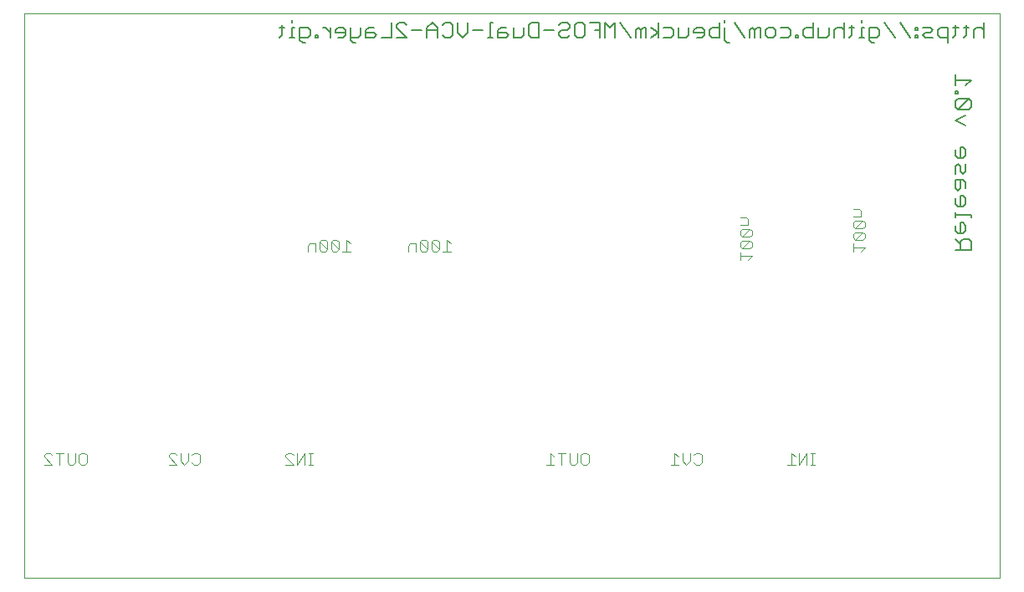
<source format=gbo>
G75*
%MOIN*%
%OFA0B0*%
%FSLAX25Y25*%
%IPPOS*%
%LPD*%
%AMOC8*
5,1,8,0,0,1.08239X$1,22.5*
%
%ADD10C,0.00000*%
%ADD11C,0.00500*%
%ADD12C,0.00600*%
%ADD13C,0.00400*%
D10*
X0005620Y0040337D02*
X0005620Y0265298D01*
X0394321Y0265298D01*
X0394321Y0040337D01*
X0005620Y0040337D01*
D11*
X0107297Y0255587D02*
X0108315Y0256605D01*
X0108315Y0260675D01*
X0109332Y0259657D02*
X0107297Y0259657D01*
X0112366Y0259657D02*
X0112366Y0255587D01*
X0111349Y0255587D02*
X0113384Y0255587D01*
X0115391Y0255587D02*
X0118443Y0255587D01*
X0119461Y0256605D01*
X0119461Y0258640D01*
X0118443Y0259657D01*
X0115391Y0259657D01*
X0115391Y0254569D01*
X0116408Y0253552D01*
X0117426Y0253552D01*
X0121482Y0255587D02*
X0121482Y0256605D01*
X0122500Y0256605D01*
X0122500Y0255587D01*
X0121482Y0255587D01*
X0125529Y0259657D02*
X0127564Y0257622D01*
X0129571Y0257622D02*
X0129571Y0258640D01*
X0130588Y0259657D01*
X0132623Y0259657D01*
X0133641Y0258640D01*
X0133641Y0256605D01*
X0132623Y0255587D01*
X0130588Y0255587D01*
X0129571Y0257622D02*
X0133641Y0257622D01*
X0135648Y0255587D02*
X0138701Y0255587D01*
X0139718Y0256605D01*
X0139718Y0259657D01*
X0141725Y0258640D02*
X0141725Y0255587D01*
X0144778Y0255587D01*
X0145795Y0256605D01*
X0144778Y0257622D01*
X0141725Y0257622D01*
X0141725Y0258640D02*
X0142743Y0259657D01*
X0144778Y0259657D01*
X0151873Y0261692D02*
X0151873Y0255587D01*
X0147802Y0255587D01*
X0153880Y0255587D02*
X0157950Y0255587D01*
X0153880Y0259657D01*
X0153880Y0260675D01*
X0154897Y0261692D01*
X0156932Y0261692D01*
X0157950Y0260675D01*
X0159957Y0258640D02*
X0164027Y0258640D01*
X0166034Y0258640D02*
X0170104Y0258640D01*
X0170104Y0259657D02*
X0168069Y0261692D01*
X0166034Y0259657D01*
X0166034Y0255587D01*
X0170104Y0255587D02*
X0170104Y0259657D01*
X0172111Y0260675D02*
X0173129Y0261692D01*
X0175164Y0261692D01*
X0176181Y0260675D01*
X0176181Y0256605D01*
X0175164Y0255587D01*
X0173129Y0255587D01*
X0172111Y0256605D01*
X0178188Y0257622D02*
X0178188Y0261692D01*
X0182259Y0261692D02*
X0182259Y0257622D01*
X0180223Y0255587D01*
X0178188Y0257622D01*
X0184266Y0258640D02*
X0188336Y0258640D01*
X0191370Y0261692D02*
X0191370Y0255587D01*
X0192387Y0255587D02*
X0190352Y0255587D01*
X0194394Y0255587D02*
X0197447Y0255587D01*
X0198464Y0256605D01*
X0197447Y0257622D01*
X0194394Y0257622D01*
X0194394Y0258640D02*
X0194394Y0255587D01*
X0194394Y0258640D02*
X0195412Y0259657D01*
X0197447Y0259657D01*
X0200471Y0259657D02*
X0200471Y0255587D01*
X0203524Y0255587D01*
X0204542Y0256605D01*
X0204542Y0259657D01*
X0206549Y0260675D02*
X0207566Y0261692D01*
X0210619Y0261692D01*
X0210619Y0255587D01*
X0207566Y0255587D01*
X0206549Y0256605D01*
X0206549Y0260675D01*
X0212626Y0258640D02*
X0216696Y0258640D01*
X0218703Y0257622D02*
X0219721Y0258640D01*
X0221756Y0258640D01*
X0222773Y0259657D01*
X0222773Y0260675D01*
X0221756Y0261692D01*
X0219721Y0261692D01*
X0218703Y0260675D01*
X0218703Y0257622D02*
X0218703Y0256605D01*
X0219721Y0255587D01*
X0221756Y0255587D01*
X0222773Y0256605D01*
X0224780Y0256605D02*
X0225798Y0255587D01*
X0227833Y0255587D01*
X0228850Y0256605D01*
X0228850Y0260675D01*
X0227833Y0261692D01*
X0225798Y0261692D01*
X0224780Y0260675D01*
X0224780Y0256605D01*
X0230857Y0261692D02*
X0234928Y0261692D01*
X0234928Y0255587D01*
X0236935Y0255587D02*
X0236935Y0261692D01*
X0238970Y0259657D01*
X0241005Y0261692D01*
X0241005Y0255587D01*
X0247082Y0255587D02*
X0243012Y0261692D01*
X0249089Y0258640D02*
X0249089Y0255587D01*
X0251124Y0255587D02*
X0251124Y0258640D01*
X0250106Y0259657D01*
X0249089Y0258640D01*
X0251124Y0258640D02*
X0252142Y0259657D01*
X0253159Y0259657D01*
X0253159Y0255587D01*
X0255171Y0255587D02*
X0258223Y0257622D01*
X0255171Y0259657D01*
X0258223Y0261692D02*
X0258223Y0255587D01*
X0260230Y0255587D02*
X0263283Y0255587D01*
X0264301Y0256605D01*
X0264301Y0258640D01*
X0263283Y0259657D01*
X0260230Y0259657D01*
X0266308Y0259657D02*
X0266308Y0255587D01*
X0269360Y0255587D01*
X0270378Y0256605D01*
X0270378Y0259657D01*
X0272385Y0258640D02*
X0272385Y0257622D01*
X0276455Y0257622D01*
X0276455Y0256605D02*
X0276455Y0258640D01*
X0275437Y0259657D01*
X0273402Y0259657D01*
X0272385Y0258640D01*
X0275437Y0255587D02*
X0276455Y0256605D01*
X0275437Y0255587D02*
X0273402Y0255587D01*
X0278462Y0256605D02*
X0278462Y0258640D01*
X0279480Y0259657D01*
X0282532Y0259657D01*
X0284549Y0259657D02*
X0284549Y0254569D01*
X0285566Y0253552D01*
X0286584Y0253552D01*
X0282532Y0255587D02*
X0279480Y0255587D01*
X0278462Y0256605D01*
X0282532Y0255587D02*
X0282532Y0261692D01*
X0284549Y0261692D02*
X0284549Y0262710D01*
X0288591Y0261692D02*
X0292661Y0255587D01*
X0294668Y0255587D02*
X0294668Y0258640D01*
X0295685Y0259657D01*
X0296703Y0258640D01*
X0296703Y0255587D01*
X0298738Y0255587D02*
X0298738Y0259657D01*
X0297720Y0259657D01*
X0296703Y0258640D01*
X0300745Y0258640D02*
X0300745Y0256605D01*
X0301763Y0255587D01*
X0303798Y0255587D01*
X0304815Y0256605D01*
X0304815Y0258640D01*
X0303798Y0259657D01*
X0301763Y0259657D01*
X0300745Y0258640D01*
X0306822Y0259657D02*
X0309875Y0259657D01*
X0310892Y0258640D01*
X0310892Y0256605D01*
X0309875Y0255587D01*
X0306822Y0255587D01*
X0312913Y0255587D02*
X0313931Y0255587D01*
X0313931Y0256605D01*
X0312913Y0256605D01*
X0312913Y0255587D01*
X0315938Y0256605D02*
X0315938Y0258640D01*
X0316956Y0259657D01*
X0320008Y0259657D01*
X0322015Y0259657D02*
X0322015Y0255587D01*
X0325068Y0255587D01*
X0326085Y0256605D01*
X0326085Y0259657D01*
X0328092Y0258640D02*
X0328092Y0255587D01*
X0332163Y0255587D02*
X0332163Y0261692D01*
X0331145Y0259657D02*
X0329110Y0259657D01*
X0328092Y0258640D01*
X0331145Y0259657D02*
X0332163Y0258640D01*
X0334179Y0259657D02*
X0336214Y0259657D01*
X0335196Y0260675D02*
X0335196Y0256605D01*
X0334179Y0255587D01*
X0338230Y0255587D02*
X0340265Y0255587D01*
X0339248Y0255587D02*
X0339248Y0259657D01*
X0340265Y0259657D01*
X0342272Y0259657D02*
X0345325Y0259657D01*
X0346343Y0258640D01*
X0346343Y0256605D01*
X0345325Y0255587D01*
X0342272Y0255587D01*
X0342272Y0254569D02*
X0342272Y0259657D01*
X0339248Y0261692D02*
X0339248Y0262710D01*
X0342272Y0254569D02*
X0343290Y0253552D01*
X0344308Y0253552D01*
X0352420Y0255587D02*
X0348350Y0261692D01*
X0354427Y0261692D02*
X0358497Y0255587D01*
X0360518Y0255587D02*
X0360518Y0256605D01*
X0361536Y0256605D01*
X0361536Y0255587D01*
X0360518Y0255587D01*
X0363543Y0256605D02*
X0364560Y0257622D01*
X0366595Y0257622D01*
X0367613Y0258640D01*
X0366595Y0259657D01*
X0363543Y0259657D01*
X0361536Y0259657D02*
X0361536Y0258640D01*
X0360518Y0258640D01*
X0360518Y0259657D01*
X0361536Y0259657D01*
X0363543Y0256605D02*
X0364560Y0255587D01*
X0367613Y0255587D01*
X0369620Y0256605D02*
X0370637Y0255587D01*
X0373690Y0255587D01*
X0375706Y0255587D02*
X0376724Y0256605D01*
X0376724Y0260675D01*
X0377741Y0259657D02*
X0375706Y0259657D01*
X0373690Y0259657D02*
X0370637Y0259657D01*
X0369620Y0258640D01*
X0369620Y0256605D01*
X0373690Y0253552D02*
X0373690Y0259657D01*
X0379758Y0259657D02*
X0381793Y0259657D01*
X0380775Y0260675D02*
X0380775Y0256605D01*
X0379758Y0255587D01*
X0383800Y0255587D02*
X0383800Y0258640D01*
X0384817Y0259657D01*
X0386853Y0259657D01*
X0387870Y0258640D01*
X0387870Y0261692D02*
X0387870Y0255587D01*
X0320008Y0255587D02*
X0316956Y0255587D01*
X0315938Y0256605D01*
X0320008Y0255587D02*
X0320008Y0261692D01*
X0234928Y0258640D02*
X0232892Y0258640D01*
X0192387Y0261692D02*
X0191370Y0261692D01*
X0137683Y0253552D02*
X0136666Y0253552D01*
X0135648Y0254569D01*
X0135648Y0259657D01*
X0127564Y0259657D02*
X0127564Y0255587D01*
X0125529Y0259657D02*
X0124511Y0259657D01*
X0113384Y0259657D02*
X0112366Y0259657D01*
X0112366Y0261692D02*
X0112366Y0262710D01*
D12*
X0376420Y0240962D02*
X0376420Y0236691D01*
X0376420Y0238827D02*
X0382826Y0238827D01*
X0380690Y0236691D01*
X0377488Y0234536D02*
X0377488Y0233469D01*
X0376420Y0233469D01*
X0376420Y0234536D01*
X0377488Y0234536D01*
X0377488Y0231293D02*
X0376420Y0230226D01*
X0376420Y0228091D01*
X0377488Y0227023D01*
X0381758Y0231293D01*
X0377488Y0231293D01*
X0377488Y0227023D02*
X0381758Y0227023D01*
X0382826Y0228091D01*
X0382826Y0230226D01*
X0381758Y0231293D01*
X0380690Y0224848D02*
X0376420Y0222713D01*
X0380690Y0220578D01*
X0379623Y0211957D02*
X0378555Y0211957D01*
X0378555Y0207687D01*
X0377488Y0207687D02*
X0379623Y0207687D01*
X0380690Y0208754D01*
X0380690Y0210889D01*
X0379623Y0211957D01*
X0376420Y0210889D02*
X0376420Y0208754D01*
X0377488Y0207687D01*
X0377488Y0205511D02*
X0378555Y0204444D01*
X0378555Y0202309D01*
X0379623Y0201241D01*
X0380690Y0202309D01*
X0380690Y0205511D01*
X0377488Y0205511D02*
X0376420Y0204444D01*
X0376420Y0201241D01*
X0376420Y0199066D02*
X0376420Y0195863D01*
X0377488Y0194796D01*
X0378555Y0195863D01*
X0378555Y0199066D01*
X0379623Y0199066D02*
X0376420Y0199066D01*
X0379623Y0199066D02*
X0380690Y0197998D01*
X0380690Y0195863D01*
X0379623Y0192620D02*
X0378555Y0192620D01*
X0378555Y0188350D01*
X0377488Y0188350D02*
X0379623Y0188350D01*
X0380690Y0189418D01*
X0380690Y0191553D01*
X0379623Y0192620D01*
X0376420Y0191553D02*
X0376420Y0189418D01*
X0377488Y0188350D01*
X0376420Y0186188D02*
X0376420Y0184053D01*
X0376420Y0185121D02*
X0382826Y0185121D01*
X0382826Y0184053D01*
X0379623Y0181878D02*
X0378555Y0181878D01*
X0378555Y0177608D01*
X0377488Y0177608D02*
X0379623Y0177608D01*
X0380690Y0178675D01*
X0380690Y0180810D01*
X0379623Y0181878D01*
X0376420Y0180810D02*
X0376420Y0178675D01*
X0377488Y0177608D01*
X0376420Y0175432D02*
X0378555Y0173297D01*
X0378555Y0174365D02*
X0378555Y0171162D01*
X0376420Y0171162D02*
X0382826Y0171162D01*
X0382826Y0174365D01*
X0381758Y0175432D01*
X0379623Y0175432D01*
X0378555Y0174365D01*
D13*
X0340424Y0175908D02*
X0340424Y0177443D01*
X0339657Y0178210D01*
X0336587Y0175141D01*
X0335820Y0175908D01*
X0335820Y0177443D01*
X0336587Y0178210D01*
X0339657Y0178210D01*
X0339657Y0179745D02*
X0340424Y0180512D01*
X0340424Y0182047D01*
X0339657Y0182814D01*
X0336587Y0179745D01*
X0335820Y0180512D01*
X0335820Y0182047D01*
X0336587Y0182814D01*
X0339657Y0182814D01*
X0338889Y0184349D02*
X0335820Y0184349D01*
X0335820Y0187418D02*
X0338122Y0187418D01*
X0338889Y0186651D01*
X0338889Y0184349D01*
X0339657Y0179745D02*
X0336587Y0179745D01*
X0340424Y0175908D02*
X0339657Y0175141D01*
X0336587Y0175141D01*
X0335820Y0173606D02*
X0335820Y0170537D01*
X0335820Y0172072D02*
X0340424Y0172072D01*
X0338889Y0170537D01*
X0295424Y0168656D02*
X0293889Y0167121D01*
X0295424Y0168656D02*
X0290820Y0168656D01*
X0290820Y0167121D02*
X0290820Y0170191D01*
X0291587Y0171725D02*
X0294657Y0174794D01*
X0291587Y0174794D01*
X0290820Y0174027D01*
X0290820Y0172493D01*
X0291587Y0171725D01*
X0294657Y0171725D01*
X0295424Y0172493D01*
X0295424Y0174027D01*
X0294657Y0174794D01*
X0294657Y0176329D02*
X0291587Y0176329D01*
X0294657Y0179398D01*
X0291587Y0179398D01*
X0290820Y0178631D01*
X0290820Y0177096D01*
X0291587Y0176329D01*
X0294657Y0176329D02*
X0295424Y0177096D01*
X0295424Y0178631D01*
X0294657Y0179398D01*
X0293889Y0180933D02*
X0293889Y0183235D01*
X0293122Y0184002D01*
X0290820Y0184002D01*
X0290820Y0180933D02*
X0293889Y0180933D01*
X0175420Y0173606D02*
X0173885Y0175141D01*
X0173885Y0170537D01*
X0172351Y0170537D02*
X0175420Y0170537D01*
X0170816Y0171304D02*
X0170816Y0174374D01*
X0170049Y0175141D01*
X0168514Y0175141D01*
X0167747Y0174374D01*
X0170816Y0171304D01*
X0170049Y0170537D01*
X0168514Y0170537D01*
X0167747Y0171304D01*
X0167747Y0174374D01*
X0166212Y0174374D02*
X0165445Y0175141D01*
X0163910Y0175141D01*
X0163143Y0174374D01*
X0166212Y0171304D01*
X0165445Y0170537D01*
X0163910Y0170537D01*
X0163143Y0171304D01*
X0163143Y0174374D01*
X0161608Y0173606D02*
X0159306Y0173606D01*
X0158539Y0172839D01*
X0158539Y0170537D01*
X0161608Y0170537D02*
X0161608Y0173606D01*
X0166212Y0174374D02*
X0166212Y0171304D01*
X0135420Y0170537D02*
X0132351Y0170537D01*
X0133885Y0170537D02*
X0133885Y0175141D01*
X0135420Y0173606D01*
X0130816Y0174374D02*
X0130816Y0171304D01*
X0127747Y0174374D01*
X0127747Y0171304D01*
X0128514Y0170537D01*
X0130049Y0170537D01*
X0130816Y0171304D01*
X0130816Y0174374D02*
X0130049Y0175141D01*
X0128514Y0175141D01*
X0127747Y0174374D01*
X0126212Y0174374D02*
X0125445Y0175141D01*
X0123910Y0175141D01*
X0123143Y0174374D01*
X0126212Y0171304D01*
X0125445Y0170537D01*
X0123910Y0170537D01*
X0123143Y0171304D01*
X0123143Y0174374D01*
X0121608Y0173606D02*
X0119306Y0173606D01*
X0118539Y0172839D01*
X0118539Y0170537D01*
X0121608Y0170537D02*
X0121608Y0173606D01*
X0126212Y0174374D02*
X0126212Y0171304D01*
X0120420Y0090141D02*
X0118885Y0090141D01*
X0119653Y0090141D02*
X0119653Y0085537D01*
X0120420Y0085537D02*
X0118885Y0085537D01*
X0117351Y0085537D02*
X0117351Y0090141D01*
X0114282Y0085537D01*
X0114282Y0090141D01*
X0112747Y0089374D02*
X0111980Y0090141D01*
X0110445Y0090141D01*
X0109678Y0089374D01*
X0109678Y0088606D01*
X0112747Y0085537D01*
X0109678Y0085537D01*
X0075420Y0086304D02*
X0074653Y0085537D01*
X0073118Y0085537D01*
X0072351Y0086304D01*
X0070816Y0087072D02*
X0070816Y0090141D01*
X0072351Y0089374D02*
X0073118Y0090141D01*
X0074653Y0090141D01*
X0075420Y0089374D01*
X0075420Y0086304D01*
X0070816Y0087072D02*
X0069282Y0085537D01*
X0067747Y0087072D01*
X0067747Y0090141D01*
X0066212Y0089374D02*
X0065445Y0090141D01*
X0063910Y0090141D01*
X0063143Y0089374D01*
X0063143Y0088606D01*
X0066212Y0085537D01*
X0063143Y0085537D01*
X0030420Y0086304D02*
X0029653Y0085537D01*
X0028118Y0085537D01*
X0027351Y0086304D01*
X0027351Y0089374D01*
X0028118Y0090141D01*
X0029653Y0090141D01*
X0030420Y0089374D01*
X0030420Y0086304D01*
X0025816Y0086304D02*
X0025816Y0090141D01*
X0022747Y0090141D02*
X0022747Y0086304D01*
X0023514Y0085537D01*
X0025049Y0085537D01*
X0025816Y0086304D01*
X0021212Y0090141D02*
X0018143Y0090141D01*
X0019678Y0090141D02*
X0019678Y0085537D01*
X0016608Y0085537D02*
X0013539Y0088606D01*
X0013539Y0089374D01*
X0014306Y0090141D01*
X0015841Y0090141D01*
X0016608Y0089374D01*
X0016608Y0085537D02*
X0013539Y0085537D01*
X0213539Y0085537D02*
X0216608Y0085537D01*
X0215074Y0085537D02*
X0215074Y0090141D01*
X0216608Y0088606D01*
X0218143Y0090141D02*
X0221212Y0090141D01*
X0219678Y0090141D02*
X0219678Y0085537D01*
X0222747Y0086304D02*
X0222747Y0090141D01*
X0225816Y0090141D02*
X0225816Y0086304D01*
X0225049Y0085537D01*
X0223514Y0085537D01*
X0222747Y0086304D01*
X0227351Y0086304D02*
X0227351Y0089374D01*
X0228118Y0090141D01*
X0229653Y0090141D01*
X0230420Y0089374D01*
X0230420Y0086304D01*
X0229653Y0085537D01*
X0228118Y0085537D01*
X0227351Y0086304D01*
X0263143Y0085537D02*
X0266212Y0085537D01*
X0264678Y0085537D02*
X0264678Y0090141D01*
X0266212Y0088606D01*
X0267747Y0087072D02*
X0267747Y0090141D01*
X0270816Y0090141D02*
X0270816Y0087072D01*
X0269282Y0085537D01*
X0267747Y0087072D01*
X0272351Y0086304D02*
X0273118Y0085537D01*
X0274653Y0085537D01*
X0275420Y0086304D01*
X0275420Y0089374D01*
X0274653Y0090141D01*
X0273118Y0090141D01*
X0272351Y0089374D01*
X0309678Y0085537D02*
X0312747Y0085537D01*
X0314282Y0085537D02*
X0314282Y0090141D01*
X0312747Y0088606D02*
X0311212Y0090141D01*
X0311212Y0085537D01*
X0314282Y0085537D02*
X0317351Y0090141D01*
X0317351Y0085537D01*
X0318885Y0085537D02*
X0320420Y0085537D01*
X0319653Y0085537D02*
X0319653Y0090141D01*
X0320420Y0090141D02*
X0318885Y0090141D01*
M02*

</source>
